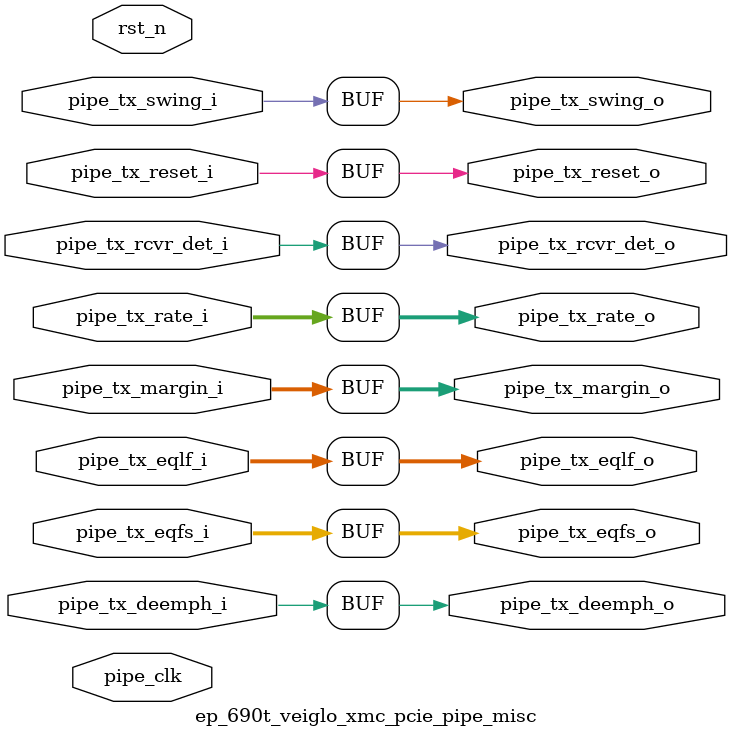
<source format=v>

`timescale 1ps/1ps

module ep_690t_veiglo_xmc_pcie_pipe_misc #
(
  parameter        TCQ = 100,
  parameter        PIPE_PIPELINE_STAGES = 0    // 0 - 0 stages, 1 - 1 stage, 2 - 2 stages
) (

  input   wire        pipe_tx_rcvr_det_i      ,     // PIPE Tx Receiver Detect
  input   wire        pipe_tx_reset_i         ,     // PIPE Tx Reset
  input   wire [1:0]  pipe_tx_rate_i          ,     // PIPE Tx Rate
  input   wire        pipe_tx_deemph_i        ,     // PIPE Tx Deemphasis
  input   wire [2:0]  pipe_tx_margin_i        ,     // PIPE Tx Margin
  input   wire        pipe_tx_swing_i         ,     // PIPE Tx Swing
  input   wire [5:0]  pipe_tx_eqfs_i          ,     // PIPE Tx
  input   wire [5:0]  pipe_tx_eqlf_i          ,     // PIPE Tx
  output  wire        pipe_tx_rcvr_det_o      ,     // Pipelined PIPE Tx Receiver Detect
  output  wire        pipe_tx_reset_o         ,     // Pipelined PIPE Tx Reset
  output  wire [1:0]  pipe_tx_rate_o          ,     // Pipelined PIPE Tx Rate
  output  wire        pipe_tx_deemph_o        ,     // Pipelined PIPE Tx Deemphasis
  output  wire [2:0]  pipe_tx_margin_o        ,     // Pipelined PIPE Tx Margin
  output  wire        pipe_tx_swing_o         ,     // Pipelined PIPE Tx Swing
  output wire [5:0]  pipe_tx_eqfs_o           ,     // PIPE Tx
  output wire [5:0]  pipe_tx_eqlf_o           ,     // PIPE Tx

  input   wire        pipe_clk                ,     // PIPE Clock
  input   wire        rst_n                         // Reset
);

  //******************************************************************//
  // Reality check.                                                   //
  //******************************************************************//

  reg                pipe_tx_rcvr_det_q       ;
  reg                pipe_tx_reset_q          ;
  reg [1:0]          pipe_tx_rate_q           ;
  reg                pipe_tx_deemph_q         ;
  reg [2:0]          pipe_tx_margin_q         ;
  reg                pipe_tx_swing_q          ;
  reg                pipe_tx_eqfs_q          ;
  reg                pipe_tx_eqlf_q          ;

  reg                pipe_tx_rcvr_det_qq      ;
  reg                pipe_tx_reset_qq         ;
  reg [1:0]          pipe_tx_rate_qq          ;
  reg                pipe_tx_deemph_qq        ;
  reg [2:0]          pipe_tx_margin_qq        ;
  reg                pipe_tx_swing_qq         ;
  reg                pipe_tx_eqfs_qq          ;
  reg                pipe_tx_eqlf_qq          ;


  generate

  if (PIPE_PIPELINE_STAGES == 0) begin : pipe_stages_0

      assign pipe_tx_rcvr_det_o = pipe_tx_rcvr_det_i;
      assign pipe_tx_reset_o    = pipe_tx_reset_i;
      assign pipe_tx_rate_o     = pipe_tx_rate_i;
      assign pipe_tx_deemph_o   = pipe_tx_deemph_i;
      assign pipe_tx_margin_o   = pipe_tx_margin_i;
      assign pipe_tx_swing_o    = pipe_tx_swing_i;
      assign pipe_tx_eqfs_o     = pipe_tx_eqfs_i;
      assign pipe_tx_eqlf_o     = pipe_tx_eqlf_i;

  end // if (PIPE_PIPELINE_STAGES == 0)
  else if (PIPE_PIPELINE_STAGES == 1) begin : pipe_stages_1

    always @(posedge pipe_clk) begin

      if (!rst_n)
      begin

        pipe_tx_rcvr_det_q <= #TCQ 1'b0;
        pipe_tx_reset_q    <= #TCQ 1'b1;
        pipe_tx_rate_q     <= #TCQ 2'b0;
        pipe_tx_deemph_q   <= #TCQ 1'b1;
        pipe_tx_margin_q   <= #TCQ 3'b0;
        pipe_tx_swing_q    <= #TCQ 1'b0;
        pipe_tx_eqfs_q     <= #TCQ 5'b0;
        pipe_tx_eqlf_q     <= #TCQ 5'b0;

      end
      else
      begin

        pipe_tx_rcvr_det_q <= #TCQ pipe_tx_rcvr_det_i;
        pipe_tx_reset_q    <= #TCQ pipe_tx_reset_i;
        pipe_tx_rate_q     <= #TCQ pipe_tx_rate_i;
        pipe_tx_deemph_q   <= #TCQ pipe_tx_deemph_i;
        pipe_tx_margin_q   <= #TCQ pipe_tx_margin_i;
        pipe_tx_swing_q    <= #TCQ pipe_tx_swing_i;
        pipe_tx_eqfs_q     <= #TCQ pipe_tx_eqfs_i;
        pipe_tx_eqlf_q     <= #TCQ pipe_tx_eqlf_i;

      end

    end

    assign pipe_tx_rcvr_det_o = pipe_tx_rcvr_det_q;
    assign pipe_tx_reset_o    = pipe_tx_reset_q;
    assign pipe_tx_rate_o     = pipe_tx_rate_q;
    assign pipe_tx_deemph_o   = pipe_tx_deemph_q;
    assign pipe_tx_margin_o   = pipe_tx_margin_q;
    assign pipe_tx_swing_o    = pipe_tx_swing_q;
    assign pipe_tx_eqfs_o     = pipe_tx_eqfs_q;
    assign pipe_tx_eqlf_o     = pipe_tx_eqlf_q;

  end // if (PIPE_PIPELINE_STAGES == 1)
  else if (PIPE_PIPELINE_STAGES == 2) begin : pipe_stages_2

    always @(posedge pipe_clk) begin

      if (!rst_n)
      begin

        pipe_tx_rcvr_det_q  <= #TCQ 1'b0;
        pipe_tx_reset_q     <= #TCQ 1'b1;
        pipe_tx_rate_q      <= #TCQ 2'b0;
        pipe_tx_deemph_q    <= #TCQ 1'b1;
        pipe_tx_margin_q    <= #TCQ 1'b0;
        pipe_tx_swing_q     <= #TCQ 1'b0;
        pipe_tx_eqfs_q      <= #TCQ 5'b0;
        pipe_tx_eqlf_q      <= #TCQ 5'b0;

        pipe_tx_rcvr_det_qq <= #TCQ 1'b0;
        pipe_tx_reset_qq    <= #TCQ 1'b1;
        pipe_tx_rate_qq     <= #TCQ 2'b0;
        pipe_tx_deemph_qq   <= #TCQ 1'b1;
        pipe_tx_margin_qq   <= #TCQ 1'b0;
        pipe_tx_swing_qq    <= #TCQ 1'b0;
        pipe_tx_eqfs_qq     <= #TCQ 5'b0;
        pipe_tx_eqlf_qq     <= #TCQ 5'b0;

      end
      else
      begin

        pipe_tx_rcvr_det_q  <= #TCQ pipe_tx_rcvr_det_i;
        pipe_tx_reset_q     <= #TCQ pipe_tx_reset_i;
        pipe_tx_rate_q      <= #TCQ pipe_tx_rate_i;
        pipe_tx_deemph_q    <= #TCQ pipe_tx_deemph_i;
        pipe_tx_margin_q    <= #TCQ pipe_tx_margin_i;
        pipe_tx_swing_q     <= #TCQ pipe_tx_swing_i;
        pipe_tx_eqfs_q      <= #TCQ pipe_tx_eqfs_i;
        pipe_tx_eqlf_q      <= #TCQ pipe_tx_eqlf_i;

        pipe_tx_rcvr_det_qq <= #TCQ pipe_tx_rcvr_det_q;
        pipe_tx_reset_qq    <= #TCQ pipe_tx_reset_q;
        pipe_tx_rate_qq     <= #TCQ pipe_tx_rate_q;
        pipe_tx_deemph_qq   <= #TCQ pipe_tx_deemph_q;
        pipe_tx_margin_qq   <= #TCQ pipe_tx_margin_q;
        pipe_tx_swing_qq    <= #TCQ pipe_tx_swing_q;
        pipe_tx_eqfs_qq     <= #TCQ pipe_tx_eqfs_q;
        pipe_tx_eqlf_qq     <= #TCQ pipe_tx_eqlf_q;

      end

    end

    assign pipe_tx_rcvr_det_o = pipe_tx_rcvr_det_qq;
    assign pipe_tx_reset_o    = pipe_tx_reset_qq;
    assign pipe_tx_rate_o     = pipe_tx_rate_qq;
    assign pipe_tx_deemph_o   = pipe_tx_deemph_qq;
    assign pipe_tx_margin_o   = pipe_tx_margin_qq;
    assign pipe_tx_swing_o    = pipe_tx_swing_qq;
    assign pipe_tx_eqfs_o     = pipe_tx_eqfs_qq;
    assign pipe_tx_eqlf_o     = pipe_tx_eqlf_qq;

  end // if (PIPE_PIPELINE_STAGES == 2)

  // Default to zero pipeline stages if PIPE_PIPELINE_STAGES != 0,1,2
  else begin
    assign pipe_tx_rcvr_det_o = pipe_tx_rcvr_det_i;
    assign pipe_tx_reset_o    = pipe_tx_reset_i;
    assign pipe_tx_rate_o     = pipe_tx_rate_i;
    assign pipe_tx_deemph_o   = pipe_tx_deemph_i;
    assign pipe_tx_margin_o   = pipe_tx_margin_i;
    assign pipe_tx_swing_o    = pipe_tx_swing_i;
    assign pipe_tx_eqfs_o     = pipe_tx_eqfs_i;
    assign pipe_tx_eqlf_o     = pipe_tx_eqlf_i;
  end
  endgenerate

endmodule


</source>
